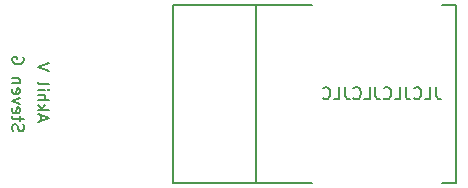
<source format=gbo>
%TF.GenerationSoftware,KiCad,Pcbnew,7.0.2-6a45011f42~172~ubuntu20.04.1*%
%TF.CreationDate,2023-04-23T21:34:22-07:00*%
%TF.ProjectId,SX1280_USB_Adapter,53583132-3830-45f5-9553-425f41646170,rev?*%
%TF.SameCoordinates,Original*%
%TF.FileFunction,Legend,Bot*%
%TF.FilePolarity,Positive*%
%FSLAX46Y46*%
G04 Gerber Fmt 4.6, Leading zero omitted, Abs format (unit mm)*
G04 Created by KiCad (PCBNEW 7.0.2-6a45011f42~172~ubuntu20.04.1) date 2023-04-23 21:34:22*
%MOMM*%
%LPD*%
G01*
G04 APERTURE LIST*
%ADD10C,0.150000*%
%ADD11R,1.700000X1.700000*%
%ADD12O,1.700000X1.700000*%
%ADD13R,0.800000X2.000000*%
G04 APERTURE END LIST*
D10*
X100119000Y-117284523D02*
X100071380Y-117141666D01*
X100071380Y-117141666D02*
X100071380Y-116903571D01*
X100071380Y-116903571D02*
X100119000Y-116808333D01*
X100119000Y-116808333D02*
X100166619Y-116760714D01*
X100166619Y-116760714D02*
X100261857Y-116713095D01*
X100261857Y-116713095D02*
X100357095Y-116713095D01*
X100357095Y-116713095D02*
X100452333Y-116760714D01*
X100452333Y-116760714D02*
X100499952Y-116808333D01*
X100499952Y-116808333D02*
X100547571Y-116903571D01*
X100547571Y-116903571D02*
X100595190Y-117094047D01*
X100595190Y-117094047D02*
X100642809Y-117189285D01*
X100642809Y-117189285D02*
X100690428Y-117236904D01*
X100690428Y-117236904D02*
X100785666Y-117284523D01*
X100785666Y-117284523D02*
X100880904Y-117284523D01*
X100880904Y-117284523D02*
X100976142Y-117236904D01*
X100976142Y-117236904D02*
X101023761Y-117189285D01*
X101023761Y-117189285D02*
X101071380Y-117094047D01*
X101071380Y-117094047D02*
X101071380Y-116855952D01*
X101071380Y-116855952D02*
X101023761Y-116713095D01*
X100738047Y-116427380D02*
X100738047Y-116046428D01*
X101071380Y-116284523D02*
X100214238Y-116284523D01*
X100214238Y-116284523D02*
X100119000Y-116236904D01*
X100119000Y-116236904D02*
X100071380Y-116141666D01*
X100071380Y-116141666D02*
X100071380Y-116046428D01*
X100119000Y-115332142D02*
X100071380Y-115427380D01*
X100071380Y-115427380D02*
X100071380Y-115617856D01*
X100071380Y-115617856D02*
X100119000Y-115713094D01*
X100119000Y-115713094D02*
X100214238Y-115760713D01*
X100214238Y-115760713D02*
X100595190Y-115760713D01*
X100595190Y-115760713D02*
X100690428Y-115713094D01*
X100690428Y-115713094D02*
X100738047Y-115617856D01*
X100738047Y-115617856D02*
X100738047Y-115427380D01*
X100738047Y-115427380D02*
X100690428Y-115332142D01*
X100690428Y-115332142D02*
X100595190Y-115284523D01*
X100595190Y-115284523D02*
X100499952Y-115284523D01*
X100499952Y-115284523D02*
X100404714Y-115760713D01*
X100738047Y-114951189D02*
X100071380Y-114713094D01*
X100071380Y-114713094D02*
X100738047Y-114474999D01*
X100119000Y-113713094D02*
X100071380Y-113808332D01*
X100071380Y-113808332D02*
X100071380Y-113998808D01*
X100071380Y-113998808D02*
X100119000Y-114094046D01*
X100119000Y-114094046D02*
X100214238Y-114141665D01*
X100214238Y-114141665D02*
X100595190Y-114141665D01*
X100595190Y-114141665D02*
X100690428Y-114094046D01*
X100690428Y-114094046D02*
X100738047Y-113998808D01*
X100738047Y-113998808D02*
X100738047Y-113808332D01*
X100738047Y-113808332D02*
X100690428Y-113713094D01*
X100690428Y-113713094D02*
X100595190Y-113665475D01*
X100595190Y-113665475D02*
X100499952Y-113665475D01*
X100499952Y-113665475D02*
X100404714Y-114141665D01*
X100738047Y-113236903D02*
X100071380Y-113236903D01*
X100642809Y-113236903D02*
X100690428Y-113189284D01*
X100690428Y-113189284D02*
X100738047Y-113094046D01*
X100738047Y-113094046D02*
X100738047Y-112951189D01*
X100738047Y-112951189D02*
X100690428Y-112855951D01*
X100690428Y-112855951D02*
X100595190Y-112808332D01*
X100595190Y-112808332D02*
X100071380Y-112808332D01*
X101023761Y-111046427D02*
X101071380Y-111141665D01*
X101071380Y-111141665D02*
X101071380Y-111284522D01*
X101071380Y-111284522D02*
X101023761Y-111427379D01*
X101023761Y-111427379D02*
X100928523Y-111522617D01*
X100928523Y-111522617D02*
X100833285Y-111570236D01*
X100833285Y-111570236D02*
X100642809Y-111617855D01*
X100642809Y-111617855D02*
X100499952Y-111617855D01*
X100499952Y-111617855D02*
X100309476Y-111570236D01*
X100309476Y-111570236D02*
X100214238Y-111522617D01*
X100214238Y-111522617D02*
X100119000Y-111427379D01*
X100119000Y-111427379D02*
X100071380Y-111284522D01*
X100071380Y-111284522D02*
X100071380Y-111189284D01*
X100071380Y-111189284D02*
X100119000Y-111046427D01*
X100119000Y-111046427D02*
X100166619Y-110998808D01*
X100166619Y-110998808D02*
X100499952Y-110998808D01*
X100499952Y-110998808D02*
X100499952Y-111189284D01*
X102516095Y-116395523D02*
X102516095Y-115919333D01*
X102230380Y-116490761D02*
X103230380Y-116157428D01*
X103230380Y-116157428D02*
X102230380Y-115824095D01*
X102230380Y-115490761D02*
X103230380Y-115490761D01*
X102611333Y-115395523D02*
X102230380Y-115109809D01*
X102897047Y-115109809D02*
X102516095Y-115490761D01*
X102230380Y-114681237D02*
X103230380Y-114681237D01*
X102230380Y-114252666D02*
X102754190Y-114252666D01*
X102754190Y-114252666D02*
X102849428Y-114300285D01*
X102849428Y-114300285D02*
X102897047Y-114395523D01*
X102897047Y-114395523D02*
X102897047Y-114538380D01*
X102897047Y-114538380D02*
X102849428Y-114633618D01*
X102849428Y-114633618D02*
X102801809Y-114681237D01*
X102230380Y-113776475D02*
X102897047Y-113776475D01*
X103230380Y-113776475D02*
X103182761Y-113824094D01*
X103182761Y-113824094D02*
X103135142Y-113776475D01*
X103135142Y-113776475D02*
X103182761Y-113728856D01*
X103182761Y-113728856D02*
X103230380Y-113776475D01*
X103230380Y-113776475D02*
X103135142Y-113776475D01*
X102230380Y-113157428D02*
X102278000Y-113252666D01*
X102278000Y-113252666D02*
X102373238Y-113300285D01*
X102373238Y-113300285D02*
X103230380Y-113300285D01*
X103230380Y-112157427D02*
X102230380Y-111824094D01*
X102230380Y-111824094D02*
X103230380Y-111490761D01*
X135976190Y-113577619D02*
X135976190Y-114291904D01*
X135976190Y-114291904D02*
X136023809Y-114434761D01*
X136023809Y-114434761D02*
X136119047Y-114530000D01*
X136119047Y-114530000D02*
X136261904Y-114577619D01*
X136261904Y-114577619D02*
X136357142Y-114577619D01*
X135023809Y-114577619D02*
X135499999Y-114577619D01*
X135499999Y-114577619D02*
X135499999Y-113577619D01*
X134119047Y-114482380D02*
X134166666Y-114530000D01*
X134166666Y-114530000D02*
X134309523Y-114577619D01*
X134309523Y-114577619D02*
X134404761Y-114577619D01*
X134404761Y-114577619D02*
X134547618Y-114530000D01*
X134547618Y-114530000D02*
X134642856Y-114434761D01*
X134642856Y-114434761D02*
X134690475Y-114339523D01*
X134690475Y-114339523D02*
X134738094Y-114149047D01*
X134738094Y-114149047D02*
X134738094Y-114006190D01*
X134738094Y-114006190D02*
X134690475Y-113815714D01*
X134690475Y-113815714D02*
X134642856Y-113720476D01*
X134642856Y-113720476D02*
X134547618Y-113625238D01*
X134547618Y-113625238D02*
X134404761Y-113577619D01*
X134404761Y-113577619D02*
X134309523Y-113577619D01*
X134309523Y-113577619D02*
X134166666Y-113625238D01*
X134166666Y-113625238D02*
X134119047Y-113672857D01*
X133404761Y-113577619D02*
X133404761Y-114291904D01*
X133404761Y-114291904D02*
X133452380Y-114434761D01*
X133452380Y-114434761D02*
X133547618Y-114530000D01*
X133547618Y-114530000D02*
X133690475Y-114577619D01*
X133690475Y-114577619D02*
X133785713Y-114577619D01*
X132452380Y-114577619D02*
X132928570Y-114577619D01*
X132928570Y-114577619D02*
X132928570Y-113577619D01*
X131547618Y-114482380D02*
X131595237Y-114530000D01*
X131595237Y-114530000D02*
X131738094Y-114577619D01*
X131738094Y-114577619D02*
X131833332Y-114577619D01*
X131833332Y-114577619D02*
X131976189Y-114530000D01*
X131976189Y-114530000D02*
X132071427Y-114434761D01*
X132071427Y-114434761D02*
X132119046Y-114339523D01*
X132119046Y-114339523D02*
X132166665Y-114149047D01*
X132166665Y-114149047D02*
X132166665Y-114006190D01*
X132166665Y-114006190D02*
X132119046Y-113815714D01*
X132119046Y-113815714D02*
X132071427Y-113720476D01*
X132071427Y-113720476D02*
X131976189Y-113625238D01*
X131976189Y-113625238D02*
X131833332Y-113577619D01*
X131833332Y-113577619D02*
X131738094Y-113577619D01*
X131738094Y-113577619D02*
X131595237Y-113625238D01*
X131595237Y-113625238D02*
X131547618Y-113672857D01*
X130833332Y-113577619D02*
X130833332Y-114291904D01*
X130833332Y-114291904D02*
X130880951Y-114434761D01*
X130880951Y-114434761D02*
X130976189Y-114530000D01*
X130976189Y-114530000D02*
X131119046Y-114577619D01*
X131119046Y-114577619D02*
X131214284Y-114577619D01*
X129880951Y-114577619D02*
X130357141Y-114577619D01*
X130357141Y-114577619D02*
X130357141Y-113577619D01*
X128976189Y-114482380D02*
X129023808Y-114530000D01*
X129023808Y-114530000D02*
X129166665Y-114577619D01*
X129166665Y-114577619D02*
X129261903Y-114577619D01*
X129261903Y-114577619D02*
X129404760Y-114530000D01*
X129404760Y-114530000D02*
X129499998Y-114434761D01*
X129499998Y-114434761D02*
X129547617Y-114339523D01*
X129547617Y-114339523D02*
X129595236Y-114149047D01*
X129595236Y-114149047D02*
X129595236Y-114006190D01*
X129595236Y-114006190D02*
X129547617Y-113815714D01*
X129547617Y-113815714D02*
X129499998Y-113720476D01*
X129499998Y-113720476D02*
X129404760Y-113625238D01*
X129404760Y-113625238D02*
X129261903Y-113577619D01*
X129261903Y-113577619D02*
X129166665Y-113577619D01*
X129166665Y-113577619D02*
X129023808Y-113625238D01*
X129023808Y-113625238D02*
X128976189Y-113672857D01*
X128261903Y-113577619D02*
X128261903Y-114291904D01*
X128261903Y-114291904D02*
X128309522Y-114434761D01*
X128309522Y-114434761D02*
X128404760Y-114530000D01*
X128404760Y-114530000D02*
X128547617Y-114577619D01*
X128547617Y-114577619D02*
X128642855Y-114577619D01*
X127309522Y-114577619D02*
X127785712Y-114577619D01*
X127785712Y-114577619D02*
X127785712Y-113577619D01*
X126404760Y-114482380D02*
X126452379Y-114530000D01*
X126452379Y-114530000D02*
X126595236Y-114577619D01*
X126595236Y-114577619D02*
X126690474Y-114577619D01*
X126690474Y-114577619D02*
X126833331Y-114530000D01*
X126833331Y-114530000D02*
X126928569Y-114434761D01*
X126928569Y-114434761D02*
X126976188Y-114339523D01*
X126976188Y-114339523D02*
X127023807Y-114149047D01*
X127023807Y-114149047D02*
X127023807Y-114006190D01*
X127023807Y-114006190D02*
X126976188Y-113815714D01*
X126976188Y-113815714D02*
X126928569Y-113720476D01*
X126928569Y-113720476D02*
X126833331Y-113625238D01*
X126833331Y-113625238D02*
X126690474Y-113577619D01*
X126690474Y-113577619D02*
X126595236Y-113577619D01*
X126595236Y-113577619D02*
X126452379Y-113625238D01*
X126452379Y-113625238D02*
X126404760Y-113672857D01*
%TO.C,U3*%
X137700000Y-106650000D02*
X137700000Y-121650000D01*
X137700000Y-106650000D02*
X136500000Y-106650000D01*
X136500000Y-121650000D02*
X137700000Y-121650000D01*
X125500000Y-106650000D02*
X113700000Y-106650000D01*
X120700000Y-106650000D02*
X120700000Y-121650000D01*
X113700000Y-121650000D02*
X125500000Y-121650000D01*
X113700000Y-106650000D02*
X113700000Y-121650000D01*
%TD*%
%LPC*%
D11*
%TO.C,J2*%
X110109000Y-120396000D03*
D12*
X112649000Y-120396000D03*
X115189000Y-120396000D03*
X117729000Y-120396000D03*
%TD*%
D13*
%TO.C,U3*%
X134810000Y-121750000D03*
X133540000Y-121750000D03*
X132210000Y-121750000D03*
X130940000Y-121750000D03*
X129670000Y-121750000D03*
X128400000Y-121750000D03*
X127130000Y-121750000D03*
X127190000Y-106650000D03*
X128460000Y-106650000D03*
X129730000Y-106650000D03*
X131000000Y-106650000D03*
X132270000Y-106650000D03*
X133540000Y-106650000D03*
X134810000Y-106650000D03*
%TD*%
%LPD*%
M02*

</source>
